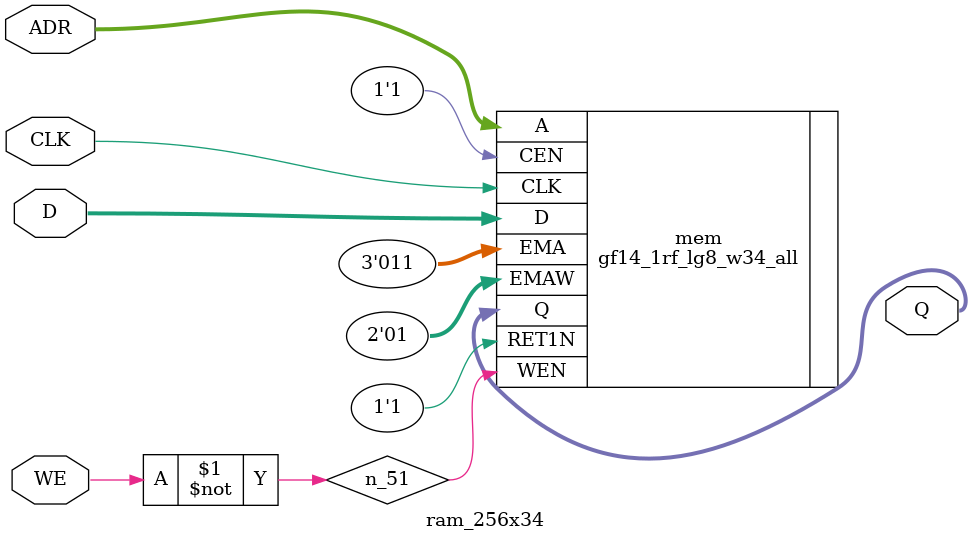
<source format=v>
module ram_2048x39(CLK, ADR, D, Q, WE);
  input CLK, WE;
  input [10:0] ADR;
  input [38:0] D;
  output [38:0] Q;
  wire CLK, WE;
  wire [10:0] ADR;
  wire [38:0] D;
  wire [38:0] Q;
  wire [39:0] Q_int;
  wire n_21;
  gf14_1rf_lg11_w40_all mem(.CLK (CLK), .Q ({Q_int[39], Q}), .CEN
       (1'b1), .WEN (n_21), .A (ADR), .D ({1'b0, D}), .EMA (3'b011),
       .EMAW (2'b01), .RET1N (1'b1));
  assign n_21 = ~(WE);
endmodule

module ram_64x21(CLK, ADR, D, Q, WE);
  input CLK, WE;
  input [5:0] ADR;
  input [20:0] D;
  output [20:0] Q;
  wire CLK, WE;
  wire [5:0] ADR;
  wire [20:0] D;
  wire [20:0] Q;
  wire [21:0] Q_int;
  wire n_16;
  gf14_1rf_lg6_w22_all mem(.CLK (CLK), .Q ({Q_int[21], Q}), .CEN
       (1'b1), .WEN (n_16), .A (ADR), .D ({1'b0, D}), .EMA (3'b011),
       .EMAW (2'b01), .RET1N (1'b1));
  assign n_16 = ~(WE);
endmodule

module ram_256x34(CLK, ADR, D, Q, WE);
  input CLK, WE;
  input [7:0] ADR;
  input [33:0] D;
  output [33:0] Q;
  wire CLK, WE;
  wire [7:0] ADR;
  wire [33:0] D;
  wire [33:0] Q;
  wire n_51;
  gf14_1rf_lg8_w34_all mem(.CLK (CLK), .Q (Q), .CEN (1'b1), .WEN
       (n_51), .A (ADR), .D (D), .EMA (3'b011), .EMAW (2'b01), .RET1N
       (1'b1));
  assign n_51 = ~(WE);
endmodule

</source>
